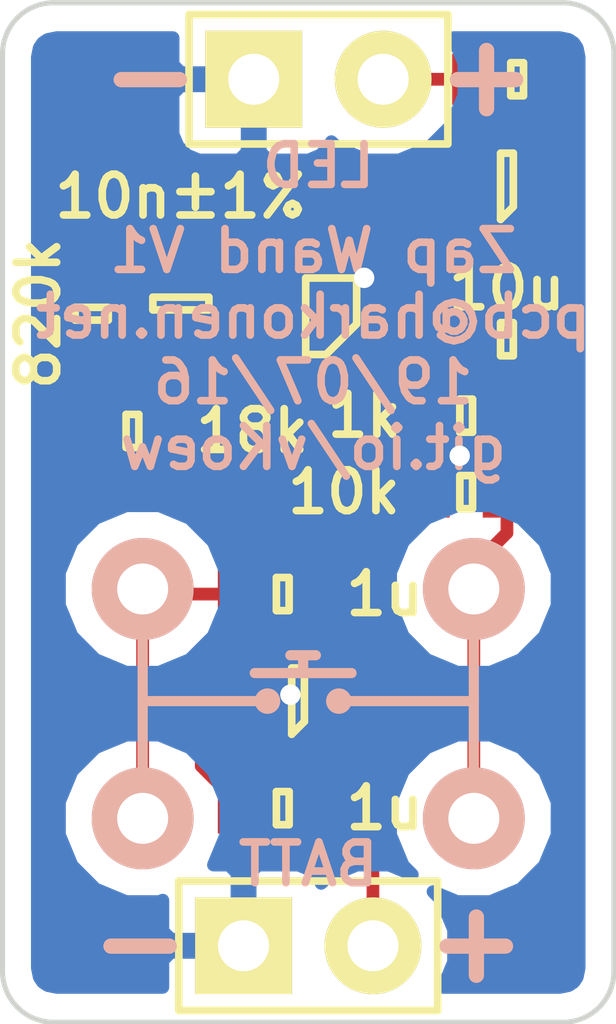
<source format=kicad_pcb>
(kicad_pcb (version 4) (host pcbnew "(2016-06-01 BZR 6870, Git 0ccd3bb)-product")

  (general
    (links 30)
    (no_connects 0)
    (area 59.949999 29.949999 72.050001 50.050001)
    (thickness 1.6)
    (drawings 24)
    (tracks 76)
    (zones 0)
    (modules 15)
    (nets 13)
  )

  (page A4)
  (layers
    (0 F.Cu signal)
    (31 B.Cu signal)
    (32 B.Adhes user)
    (33 F.Adhes user)
    (34 B.Paste user)
    (35 F.Paste user)
    (36 B.SilkS user)
    (37 F.SilkS user)
    (38 B.Mask user)
    (39 F.Mask user)
    (40 Dwgs.User user)
    (41 Cmts.User user)
    (42 Eco1.User user)
    (43 Eco2.User user)
    (44 Edge.Cuts user)
    (45 Margin user)
    (46 B.CrtYd user)
    (47 F.CrtYd user)
    (48 B.Fab user)
    (49 F.Fab user hide)
  )

  (setup
    (last_trace_width 0.25)
    (trace_clearance 0.2)
    (zone_clearance 0)
    (zone_45_only no)
    (trace_min 0.2)
    (segment_width 0.2)
    (edge_width 0.1)
    (via_size 0.6)
    (via_drill 0.4)
    (via_min_size 0.4)
    (via_min_drill 0.3)
    (uvia_size 0.3)
    (uvia_drill 0.1)
    (uvias_allowed no)
    (uvia_min_size 0.2)
    (uvia_min_drill 0.1)
    (pcb_text_width 0.3)
    (pcb_text_size 1.5 1.5)
    (mod_edge_width 0.15)
    (mod_text_size 0.8 0.8)
    (mod_text_width 0.15)
    (pad_size 1.9 1.9)
    (pad_drill 1)
    (pad_to_mask_clearance 0)
    (aux_axis_origin 0 0)
    (visible_elements 7FFFFF7F)
    (pcbplotparams
      (layerselection 0x00030_ffffffff)
      (usegerberextensions false)
      (excludeedgelayer true)
      (linewidth 0.100000)
      (plotframeref false)
      (viasonmask false)
      (mode 1)
      (useauxorigin false)
      (hpglpennumber 1)
      (hpglpenspeed 20)
      (hpglpendiameter 15)
      (psnegative false)
      (psa4output false)
      (plotreference true)
      (plotvalue true)
      (plotinvisibletext false)
      (padsonsilk false)
      (subtractmaskfromsilk false)
      (outputformat 1)
      (mirror false)
      (drillshape 1)
      (scaleselection 1)
      (outputdirectory ""))
  )

  (net 0 "")
  (net 1 "Net-(C2-Pad1)")
  (net 2 "Net-(C1-Pad1)")
  (net 3 "Net-(IC1-Pad2)")
  (net 4 GND)
  (net 5 "Net-(C2-Pad2)")
  (net 6 "Net-(Q1-Pad2)")
  (net 7 "Net-(D1-Pad2)")
  (net 8 "Net-(C1-Pad2)")
  (net 9 "Net-(BATT1-Pad1)")
  (net 10 +3V3)
  (net 11 "Net-(R2-Pad1)")
  (net 12 "Net-(U1-Pad2)")

  (net_class Default "This is the default net class."
    (clearance 0.2)
    (trace_width 0.25)
    (via_dia 0.6)
    (via_drill 0.4)
    (uvia_dia 0.3)
    (uvia_drill 0.1)
    (add_net +3V3)
    (add_net GND)
    (add_net "Net-(BATT1-Pad1)")
    (add_net "Net-(C1-Pad1)")
    (add_net "Net-(C1-Pad2)")
    (add_net "Net-(C2-Pad1)")
    (add_net "Net-(C2-Pad2)")
    (add_net "Net-(D1-Pad2)")
    (add_net "Net-(IC1-Pad2)")
    (add_net "Net-(Q1-Pad2)")
    (add_net "Net-(R2-Pad1)")
    (add_net "Net-(U1-Pad2)")
  )

  (module agg-dev:US8-3.1mm (layer F.Cu) (tedit 578BD16A) (tstamp 578D8E83)
    (at 66.45 36.15 180)
    (path /578BB949)
    (fp_text reference IC1 (at 0 -1.95 180) (layer F.Fab)
      (effects (font (size 0.8 0.8) (thickness 0.15)))
    )
    (fp_text value NC7WZ02 (at 0 1.95 180) (layer F.Fab)
      (effects (font (size 0.8 0.8) (thickness 0.15)))
    )
    (fp_line (start -1.55 -1) (end 1.55 -1) (layer F.Fab) (width 0.01))
    (fp_line (start 1.55 -1) (end 1.55 1) (layer F.Fab) (width 0.01))
    (fp_line (start 1.55 1) (end -1.55 1) (layer F.Fab) (width 0.01))
    (fp_line (start -1.55 1) (end -1.55 -1) (layer F.Fab) (width 0.01))
    (fp_circle (center -0.75 -0.2) (end -0.75 0.2) (layer F.Fab) (width 0.01))
    (fp_line (start -1.95 -0.915) (end -1.55 -0.915) (layer F.Fab) (width 0.01))
    (fp_line (start -1.55 -0.585) (end -1.95 -0.585) (layer F.Fab) (width 0.01))
    (fp_line (start -1.95 -0.585) (end -1.95 -0.915) (layer F.Fab) (width 0.01))
    (fp_line (start -1.95 -0.415) (end -1.55 -0.415) (layer F.Fab) (width 0.01))
    (fp_line (start -1.55 -0.085) (end -1.95 -0.085) (layer F.Fab) (width 0.01))
    (fp_line (start -1.95 -0.085) (end -1.95 -0.415) (layer F.Fab) (width 0.01))
    (fp_line (start -1.95 0.085) (end -1.55 0.085) (layer F.Fab) (width 0.01))
    (fp_line (start -1.55 0.415) (end -1.95 0.415) (layer F.Fab) (width 0.01))
    (fp_line (start -1.95 0.415) (end -1.95 0.085) (layer F.Fab) (width 0.01))
    (fp_line (start -1.95 0.585) (end -1.55 0.585) (layer F.Fab) (width 0.01))
    (fp_line (start -1.55 0.915) (end -1.95 0.915) (layer F.Fab) (width 0.01))
    (fp_line (start -1.95 0.915) (end -1.95 0.585) (layer F.Fab) (width 0.01))
    (fp_line (start 1.55 0.585) (end 1.95 0.585) (layer F.Fab) (width 0.01))
    (fp_line (start 1.95 0.585) (end 1.95 0.915) (layer F.Fab) (width 0.01))
    (fp_line (start 1.95 0.915) (end 1.55 0.915) (layer F.Fab) (width 0.01))
    (fp_line (start 1.55 0.085) (end 1.95 0.085) (layer F.Fab) (width 0.01))
    (fp_line (start 1.95 0.085) (end 1.95 0.415) (layer F.Fab) (width 0.01))
    (fp_line (start 1.95 0.415) (end 1.55 0.415) (layer F.Fab) (width 0.01))
    (fp_line (start 1.55 -0.415) (end 1.95 -0.415) (layer F.Fab) (width 0.01))
    (fp_line (start 1.95 -0.415) (end 1.95 -0.085) (layer F.Fab) (width 0.01))
    (fp_line (start 1.95 -0.085) (end 1.55 -0.085) (layer F.Fab) (width 0.01))
    (fp_line (start 1.55 -0.915) (end 1.95 -0.915) (layer F.Fab) (width 0.01))
    (fp_line (start 1.95 -0.915) (end 1.95 -0.585) (layer F.Fab) (width 0.01))
    (fp_line (start 1.95 -0.585) (end 1.55 -0.585) (layer F.Fab) (width 0.01))
    (fp_line (start 0.1 -0.75) (end 0.5 -0.75) (layer F.SilkS) (width 0.15))
    (fp_line (start 0.5 -0.75) (end 0.5 0.75) (layer F.SilkS) (width 0.15))
    (fp_line (start 0.5 0.75) (end -0.5 0.75) (layer F.SilkS) (width 0.15))
    (fp_line (start -0.5 0.75) (end -0.5 -0.15) (layer F.SilkS) (width 0.15))
    (fp_line (start -0.5 -0.15) (end 0.1 -0.75) (layer F.SilkS) (width 0.15))
    (fp_line (start -1.95 -1.25) (end 1.95 -1.25) (layer F.CrtYd) (width 0.01))
    (fp_line (start 1.95 -1.25) (end 1.95 1.25) (layer F.CrtYd) (width 0.01))
    (fp_line (start 1.95 1.25) (end -1.95 1.25) (layer F.CrtYd) (width 0.01))
    (fp_line (start -1.95 1.25) (end -1.95 -1.25) (layer F.CrtYd) (width 0.01))
    (pad 1 smd rect (at -1.35 -0.75 180) (size 0.7 0.3) (layers F.Cu F.Paste F.Mask)
      (net 2 "Net-(C1-Pad1)"))
    (pad 2 smd rect (at -1.35 -0.25 180) (size 0.7 0.3) (layers F.Cu F.Paste F.Mask)
      (net 3 "Net-(IC1-Pad2)"))
    (pad 3 smd rect (at -1.35 0.25 180) (size 0.7 0.3) (layers F.Cu F.Paste F.Mask)
      (net 3 "Net-(IC1-Pad2)"))
    (pad 4 smd rect (at -1.35 0.75 180) (size 0.7 0.3) (layers F.Cu F.Paste F.Mask)
      (net 4 GND))
    (pad 5 smd rect (at 1.35 0.75 180) (size 0.7 0.3) (layers F.Cu F.Paste F.Mask)
      (net 1 "Net-(C2-Pad1)"))
    (pad 6 smd rect (at 1.35 0.25 180) (size 0.7 0.3) (layers F.Cu F.Paste F.Mask)
      (net 1 "Net-(C2-Pad1)"))
    (pad 7 smd rect (at 1.35 -0.25 180) (size 0.7 0.3) (layers F.Cu F.Paste F.Mask)
      (net 5 "Net-(C2-Pad2)"))
    (pad 8 smd rect (at 1.35 -0.75 180) (size 0.7 0.3) (layers F.Cu F.Paste F.Mask)
      (net 10 +3V3))
  )

  (module agg:SOT-323 (layer F.Cu) (tedit 5765688A) (tstamp 578D8F03)
    (at 69.9 33.6 180)
    (path /578BD32A)
    (fp_text reference Q1 (at 0 -2 180) (layer F.Fab)
      (effects (font (size 0.8 0.8) (thickness 0.15)))
    )
    (fp_text value Q_PMOS_GDS (at 0 2 180) (layer F.Fab)
      (effects (font (size 0.8 0.8) (thickness 0.15)))
    )
    (fp_line (start -0.675 -1.05) (end 0.675 -1.05) (layer F.Fab) (width 0.01))
    (fp_line (start 0.675 -1.05) (end 0.675 1.05) (layer F.Fab) (width 0.01))
    (fp_line (start 0.675 1.05) (end -0.675 1.05) (layer F.Fab) (width 0.01))
    (fp_line (start -0.675 1.05) (end -0.675 -1.05) (layer F.Fab) (width 0.01))
    (fp_circle (center 0.125 -0.25) (end 0.125 0.15) (layer F.Fab) (width 0.01))
    (fp_line (start -1.075 -0.8) (end -0.675 -0.8) (layer F.Fab) (width 0.01))
    (fp_line (start -0.675 -0.5) (end -1.075 -0.5) (layer F.Fab) (width 0.01))
    (fp_line (start -1.075 -0.5) (end -1.075 -0.8) (layer F.Fab) (width 0.01))
    (fp_line (start -1.075 0.5) (end -0.675 0.5) (layer F.Fab) (width 0.01))
    (fp_line (start -0.675 0.8) (end -1.075 0.8) (layer F.Fab) (width 0.01))
    (fp_line (start -1.075 0.8) (end -1.075 0.5) (layer F.Fab) (width 0.01))
    (fp_line (start 0.675 -0.15) (end 1.075 -0.15) (layer F.Fab) (width 0.01))
    (fp_line (start 1.075 -0.15) (end 1.075 0.15) (layer F.Fab) (width 0.01))
    (fp_line (start 1.075 0.15) (end 0.675 0.15) (layer F.Fab) (width 0.01))
    (fp_line (start 0.125 -0.65) (end 0.125 -0.65) (layer F.SilkS) (width 0.15))
    (fp_line (start 0.125 -0.65) (end 0.125 0.65) (layer F.SilkS) (width 0.15))
    (fp_line (start 0.125 0.65) (end -0.125 0.65) (layer F.SilkS) (width 0.15))
    (fp_line (start -0.125 0.65) (end -0.125 -0.4) (layer F.SilkS) (width 0.15))
    (fp_line (start -0.125 -0.4) (end 0.125 -0.65) (layer F.SilkS) (width 0.15))
    (fp_line (start -1.75 -1.3) (end 1.75 -1.3) (layer F.CrtYd) (width 0.01))
    (fp_line (start 1.75 -1.3) (end 1.75 1.3) (layer F.CrtYd) (width 0.01))
    (fp_line (start 1.75 1.3) (end -1.75 1.3) (layer F.CrtYd) (width 0.01))
    (fp_line (start -1.75 1.3) (end -1.75 -1.3) (layer F.CrtYd) (width 0.01))
    (pad 1 smd rect (at -1.05 -0.65 180) (size 0.85 0.55) (layers F.Cu F.Paste F.Mask)
      (net 3 "Net-(IC1-Pad2)"))
    (pad 2 smd rect (at -1.05 0.65 180) (size 0.85 0.55) (layers F.Cu F.Paste F.Mask)
      (net 6 "Net-(Q1-Pad2)"))
    (pad 3 smd rect (at 1.05 0 180) (size 0.85 0.55) (layers F.Cu F.Paste F.Mask)
      (net 10 +3V3))
    (model ${KISYS3DMOD}/TO_SOT_Packages_SMD.3dshapes/SOT-323.wrl
      (at (xyz 0 0 0))
      (scale (xyz 0.4 0.4 0.4))
      (rotate (xyz 0 0 -90))
    )
  )

  (module agg:0805 (layer F.Cu) (tedit 5790C860) (tstamp 578D8F51)
    (at 63.5 35.9 270)
    (path /578BBAD5)
    (fp_text reference C2 (at -2.425 0) (layer F.Fab)
      (effects (font (size 0.8 0.8) (thickness 0.15)))
    )
    (fp_text value 10n±1% (at -2.1 0 180) (layer F.SilkS)
      (effects (font (size 0.8 0.8) (thickness 0.15)))
    )
    (fp_line (start -1 -0.625) (end 1 -0.625) (layer F.Fab) (width 0.01))
    (fp_line (start 1 -0.625) (end 1 0.625) (layer F.Fab) (width 0.01))
    (fp_line (start 1 0.625) (end -1 0.625) (layer F.Fab) (width 0.01))
    (fp_line (start -1 0.625) (end -1 -0.625) (layer F.Fab) (width 0.01))
    (fp_line (start -0.5 -0.625) (end -0.5 0.625) (layer F.Fab) (width 0.01))
    (fp_line (start 0.5 -0.625) (end 0.5 0.625) (layer F.Fab) (width 0.01))
    (fp_line (start -0.125 -0.55) (end 0.125 -0.55) (layer F.SilkS) (width 0.15))
    (fp_line (start 0.125 -0.55) (end 0.125 0.55) (layer F.SilkS) (width 0.15))
    (fp_line (start 0.125 0.55) (end -0.125 0.55) (layer F.SilkS) (width 0.15))
    (fp_line (start -0.125 0.55) (end -0.125 -0.55) (layer F.SilkS) (width 0.15))
    (fp_line (start -1.75 -1) (end 1.75 -1) (layer F.CrtYd) (width 0.01))
    (fp_line (start 1.75 -1) (end 1.75 1) (layer F.CrtYd) (width 0.01))
    (fp_line (start 1.75 1) (end -1.75 1) (layer F.CrtYd) (width 0.01))
    (fp_line (start -1.75 1) (end -1.75 -1) (layer F.CrtYd) (width 0.01))
    (pad 1 smd rect (at -0.9 0 270) (size 1.15 1.45) (layers F.Cu F.Paste F.Mask)
      (net 1 "Net-(C2-Pad1)"))
    (pad 2 smd rect (at 0.9 0 270) (size 1.15 1.45) (layers F.Cu F.Paste F.Mask)
      (net 5 "Net-(C2-Pad2)"))
    (model ${KISYS3DMOD}/Resistors_SMD.3dshapes/R_0805.wrl
      (at (xyz 0 0 0))
      (scale (xyz 1 1 1))
      (rotate (xyz 0 0 0))
    )
  )

  (module parts:FSM10JH (layer B.Cu) (tedit 578C0C9D) (tstamp 578BFB68)
    (at 62.75 41.5 180)
    (path /578BAFFB)
    (fp_text reference SW1 (at 0 -2 180) (layer B.SilkS) hide
      (effects (font (size 0.8 0.8) (thickness 0.15)) (justify mirror))
    )
    (fp_text value SW_PUSH_SMALL (at 0 2 180) (layer B.Fab) hide
      (effects (font (size 0.8 0.8) (thickness 0.15)) (justify mirror))
    )
    (pad 1 thru_hole circle (at 0 0 180) (size 2 2) (drill 1) (layers *.Cu *.Mask B.SilkS)
      (net 10 +3V3))
    (pad 1 thru_hole circle (at 0 -4.5 180) (size 2 2) (drill 1) (layers *.Cu *.Mask B.SilkS)
      (net 10 +3V3))
    (pad 2 thru_hole circle (at -6.5 0 180) (size 2 2) (drill 1) (layers *.Cu *.Mask B.SilkS)
      (net 8 "Net-(C1-Pad2)"))
    (pad 2 thru_hole circle (at -6.5 -4.5 180) (size 2 2) (drill 1) (layers *.Cu *.Mask B.SilkS)
      (net 8 "Net-(C1-Pad2)"))
  )

  (module agg:0603 (layer F.Cu) (tedit 578E5DAE) (tstamp 578EE876)
    (at 69.1 38.1)
    (path /578BBAEB)
    (fp_text reference R1 (at -2.225 0 90) (layer F.Fab)
      (effects (font (size 0.8 0.8) (thickness 0.15)))
    )
    (fp_text value 1k (at -2 0 180) (layer F.SilkS)
      (effects (font (size 0.8 0.8) (thickness 0.15)))
    )
    (fp_line (start -0.8 -0.4) (end 0.8 -0.4) (layer F.Fab) (width 0.01))
    (fp_line (start 0.8 -0.4) (end 0.8 0.4) (layer F.Fab) (width 0.01))
    (fp_line (start 0.8 0.4) (end -0.8 0.4) (layer F.Fab) (width 0.01))
    (fp_line (start -0.8 0.4) (end -0.8 -0.4) (layer F.Fab) (width 0.01))
    (fp_line (start -0.45 -0.4) (end -0.45 0.4) (layer F.Fab) (width 0.01))
    (fp_line (start 0.45 -0.4) (end 0.45 0.4) (layer F.Fab) (width 0.01))
    (fp_line (start -0.125 -0.325) (end 0.125 -0.325) (layer F.SilkS) (width 0.15))
    (fp_line (start 0.125 -0.325) (end 0.125 0.325) (layer F.SilkS) (width 0.15))
    (fp_line (start 0.125 0.325) (end -0.125 0.325) (layer F.SilkS) (width 0.15))
    (fp_line (start -0.125 0.325) (end -0.125 -0.325) (layer F.SilkS) (width 0.15))
    (fp_line (start -1.55 -0.75) (end 1.55 -0.75) (layer F.CrtYd) (width 0.01))
    (fp_line (start 1.55 -0.75) (end 1.55 0.75) (layer F.CrtYd) (width 0.01))
    (fp_line (start 1.55 0.75) (end -1.55 0.75) (layer F.CrtYd) (width 0.01))
    (fp_line (start -1.55 0.75) (end -1.55 -0.75) (layer F.CrtYd) (width 0.01))
    (pad 1 smd rect (at -0.8 0) (size 0.95 1) (layers F.Cu F.Paste F.Mask)
      (net 4 GND))
    (pad 2 smd rect (at 0.8 0) (size 0.95 1) (layers F.Cu F.Paste F.Mask)
      (net 2 "Net-(C1-Pad1)"))
    (model ${KISYS3DMOD}/Resistors_SMD.3dshapes/R_0603.wrl
      (at (xyz 0 0 0))
      (scale (xyz 1 1 1))
      (rotate (xyz 0 0 0))
    )
  )

  (module agg:0603 (layer F.Cu) (tedit 578E5D78) (tstamp 578EE8AF)
    (at 61.75 36.1 90)
    (path /578BDA2A)
    (fp_text reference R2 (at -2.225 0 180) (layer F.Fab)
      (effects (font (size 0.8 0.8) (thickness 0.15)))
    )
    (fp_text value 820k (at 0 -1.05 90) (layer F.SilkS)
      (effects (font (size 0.8 0.8) (thickness 0.15)))
    )
    (fp_line (start -0.8 -0.4) (end 0.8 -0.4) (layer F.Fab) (width 0.01))
    (fp_line (start 0.8 -0.4) (end 0.8 0.4) (layer F.Fab) (width 0.01))
    (fp_line (start 0.8 0.4) (end -0.8 0.4) (layer F.Fab) (width 0.01))
    (fp_line (start -0.8 0.4) (end -0.8 -0.4) (layer F.Fab) (width 0.01))
    (fp_line (start -0.45 -0.4) (end -0.45 0.4) (layer F.Fab) (width 0.01))
    (fp_line (start 0.45 -0.4) (end 0.45 0.4) (layer F.Fab) (width 0.01))
    (fp_line (start -0.125 -0.325) (end 0.125 -0.325) (layer F.SilkS) (width 0.15))
    (fp_line (start 0.125 -0.325) (end 0.125 0.325) (layer F.SilkS) (width 0.15))
    (fp_line (start 0.125 0.325) (end -0.125 0.325) (layer F.SilkS) (width 0.15))
    (fp_line (start -0.125 0.325) (end -0.125 -0.325) (layer F.SilkS) (width 0.15))
    (fp_line (start -1.55 -0.75) (end 1.55 -0.75) (layer F.CrtYd) (width 0.01))
    (fp_line (start 1.55 -0.75) (end 1.55 0.75) (layer F.CrtYd) (width 0.01))
    (fp_line (start 1.55 0.75) (end -1.55 0.75) (layer F.CrtYd) (width 0.01))
    (fp_line (start -1.55 0.75) (end -1.55 -0.75) (layer F.CrtYd) (width 0.01))
    (pad 1 smd rect (at -0.8 0 90) (size 0.95 1) (layers F.Cu F.Paste F.Mask)
      (net 11 "Net-(R2-Pad1)"))
    (pad 2 smd rect (at 0.8 0 90) (size 0.95 1) (layers F.Cu F.Paste F.Mask)
      (net 1 "Net-(C2-Pad1)"))
    (model ${KISYS3DMOD}/Resistors_SMD.3dshapes/R_0603.wrl
      (at (xyz 0 0 0))
      (scale (xyz 1 1 1))
      (rotate (xyz 0 0 0))
    )
  )

  (module agg:0603 (layer F.Cu) (tedit 57654490) (tstamp 578EE8E8)
    (at 70.1 31.5)
    (path /578BAE5F)
    (fp_text reference R3 (at -2.225 0 90) (layer F.Fab)
      (effects (font (size 0.8 0.8) (thickness 0.15)))
    )
    (fp_text value 100R (at 2.225 0 90) (layer F.Fab)
      (effects (font (size 0.8 0.8) (thickness 0.15)))
    )
    (fp_line (start -0.8 -0.4) (end 0.8 -0.4) (layer F.Fab) (width 0.01))
    (fp_line (start 0.8 -0.4) (end 0.8 0.4) (layer F.Fab) (width 0.01))
    (fp_line (start 0.8 0.4) (end -0.8 0.4) (layer F.Fab) (width 0.01))
    (fp_line (start -0.8 0.4) (end -0.8 -0.4) (layer F.Fab) (width 0.01))
    (fp_line (start -0.45 -0.4) (end -0.45 0.4) (layer F.Fab) (width 0.01))
    (fp_line (start 0.45 -0.4) (end 0.45 0.4) (layer F.Fab) (width 0.01))
    (fp_line (start -0.125 -0.325) (end 0.125 -0.325) (layer F.SilkS) (width 0.15))
    (fp_line (start 0.125 -0.325) (end 0.125 0.325) (layer F.SilkS) (width 0.15))
    (fp_line (start 0.125 0.325) (end -0.125 0.325) (layer F.SilkS) (width 0.15))
    (fp_line (start -0.125 0.325) (end -0.125 -0.325) (layer F.SilkS) (width 0.15))
    (fp_line (start -1.55 -0.75) (end 1.55 -0.75) (layer F.CrtYd) (width 0.01))
    (fp_line (start 1.55 -0.75) (end 1.55 0.75) (layer F.CrtYd) (width 0.01))
    (fp_line (start 1.55 0.75) (end -1.55 0.75) (layer F.CrtYd) (width 0.01))
    (fp_line (start -1.55 0.75) (end -1.55 -0.75) (layer F.CrtYd) (width 0.01))
    (pad 1 smd rect (at -0.8 0) (size 0.95 1) (layers F.Cu F.Paste F.Mask)
      (net 7 "Net-(D1-Pad2)"))
    (pad 2 smd rect (at 0.8 0) (size 0.95 1) (layers F.Cu F.Paste F.Mask)
      (net 6 "Net-(Q1-Pad2)"))
    (model ${KISYS3DMOD}/Resistors_SMD.3dshapes/R_0603.wrl
      (at (xyz 0 0 0))
      (scale (xyz 1 1 1))
      (rotate (xyz 0 0 0))
    )
  )

  (module agg:0603 (layer F.Cu) (tedit 578E5DA3) (tstamp 578EF403)
    (at 69.1 39.6)
    (path /578E3B6A)
    (fp_text reference R4 (at -2.225 0 90) (layer F.Fab)
      (effects (font (size 0.8 0.8) (thickness 0.15)))
    )
    (fp_text value 10k (at -2.4 0) (layer F.SilkS)
      (effects (font (size 0.8 0.8) (thickness 0.15)))
    )
    (fp_line (start -0.8 -0.4) (end 0.8 -0.4) (layer F.Fab) (width 0.01))
    (fp_line (start 0.8 -0.4) (end 0.8 0.4) (layer F.Fab) (width 0.01))
    (fp_line (start 0.8 0.4) (end -0.8 0.4) (layer F.Fab) (width 0.01))
    (fp_line (start -0.8 0.4) (end -0.8 -0.4) (layer F.Fab) (width 0.01))
    (fp_line (start -0.45 -0.4) (end -0.45 0.4) (layer F.Fab) (width 0.01))
    (fp_line (start 0.45 -0.4) (end 0.45 0.4) (layer F.Fab) (width 0.01))
    (fp_line (start -0.125 -0.325) (end 0.125 -0.325) (layer F.SilkS) (width 0.15))
    (fp_line (start 0.125 -0.325) (end 0.125 0.325) (layer F.SilkS) (width 0.15))
    (fp_line (start 0.125 0.325) (end -0.125 0.325) (layer F.SilkS) (width 0.15))
    (fp_line (start -0.125 0.325) (end -0.125 -0.325) (layer F.SilkS) (width 0.15))
    (fp_line (start -1.55 -0.75) (end 1.55 -0.75) (layer F.CrtYd) (width 0.01))
    (fp_line (start 1.55 -0.75) (end 1.55 0.75) (layer F.CrtYd) (width 0.01))
    (fp_line (start 1.55 0.75) (end -1.55 0.75) (layer F.CrtYd) (width 0.01))
    (fp_line (start -1.55 0.75) (end -1.55 -0.75) (layer F.CrtYd) (width 0.01))
    (pad 1 smd rect (at -0.8 0) (size 0.95 1) (layers F.Cu F.Paste F.Mask)
      (net 4 GND))
    (pad 2 smd rect (at 0.8 0) (size 0.95 1) (layers F.Cu F.Paste F.Mask)
      (net 8 "Net-(C1-Pad2)"))
    (model ${KISYS3DMOD}/Resistors_SMD.3dshapes/R_0603.wrl
      (at (xyz 0 0 0))
      (scale (xyz 1 1 1))
      (rotate (xyz 0 0 0))
    )
  )

  (module agg:0603 (layer F.Cu) (tedit 578E5D82) (tstamp 578EF43D)
    (at 62.55 38.4 180)
    (path /578E56B2)
    (fp_text reference R5 (at -2.225 0 270) (layer F.Fab)
      (effects (font (size 0.8 0.8) (thickness 0.15)))
    )
    (fp_text value 18k (at -2.35 0 180) (layer F.SilkS)
      (effects (font (size 0.8 0.8) (thickness 0.15)))
    )
    (fp_line (start -0.8 -0.4) (end 0.8 -0.4) (layer F.Fab) (width 0.01))
    (fp_line (start 0.8 -0.4) (end 0.8 0.4) (layer F.Fab) (width 0.01))
    (fp_line (start 0.8 0.4) (end -0.8 0.4) (layer F.Fab) (width 0.01))
    (fp_line (start -0.8 0.4) (end -0.8 -0.4) (layer F.Fab) (width 0.01))
    (fp_line (start -0.45 -0.4) (end -0.45 0.4) (layer F.Fab) (width 0.01))
    (fp_line (start 0.45 -0.4) (end 0.45 0.4) (layer F.Fab) (width 0.01))
    (fp_line (start -0.125 -0.325) (end 0.125 -0.325) (layer F.SilkS) (width 0.15))
    (fp_line (start 0.125 -0.325) (end 0.125 0.325) (layer F.SilkS) (width 0.15))
    (fp_line (start 0.125 0.325) (end -0.125 0.325) (layer F.SilkS) (width 0.15))
    (fp_line (start -0.125 0.325) (end -0.125 -0.325) (layer F.SilkS) (width 0.15))
    (fp_line (start -1.55 -0.75) (end 1.55 -0.75) (layer F.CrtYd) (width 0.01))
    (fp_line (start 1.55 -0.75) (end 1.55 0.75) (layer F.CrtYd) (width 0.01))
    (fp_line (start 1.55 0.75) (end -1.55 0.75) (layer F.CrtYd) (width 0.01))
    (fp_line (start -1.55 0.75) (end -1.55 -0.75) (layer F.CrtYd) (width 0.01))
    (pad 1 smd rect (at -0.8 0 180) (size 0.95 1) (layers F.Cu F.Paste F.Mask)
      (net 10 +3V3))
    (pad 2 smd rect (at 0.8 0 180) (size 0.95 1) (layers F.Cu F.Paste F.Mask)
      (net 11 "Net-(R2-Pad1)"))
    (model ${KISYS3DMOD}/Resistors_SMD.3dshapes/R_0603.wrl
      (at (xyz 0 0 0))
      (scale (xyz 1 1 1))
      (rotate (xyz 0 0 0))
    )
  )

  (module agg:0603 (layer F.Cu) (tedit 578E5DB6) (tstamp 578F4EFC)
    (at 69.9 36.6)
    (path /578BAE7B)
    (fp_text reference C1 (at -2.225 0 -270) (layer F.Fab)
      (effects (font (size 0.8 0.8) (thickness 0.15)))
    )
    (fp_text value 10u (at 0 -1) (layer F.SilkS)
      (effects (font (size 0.8 0.8) (thickness 0.15)))
    )
    (fp_line (start -0.8 -0.4) (end 0.8 -0.4) (layer F.Fab) (width 0.01))
    (fp_line (start 0.8 -0.4) (end 0.8 0.4) (layer F.Fab) (width 0.01))
    (fp_line (start 0.8 0.4) (end -0.8 0.4) (layer F.Fab) (width 0.01))
    (fp_line (start -0.8 0.4) (end -0.8 -0.4) (layer F.Fab) (width 0.01))
    (fp_line (start -0.45 -0.4) (end -0.45 0.4) (layer F.Fab) (width 0.01))
    (fp_line (start 0.45 -0.4) (end 0.45 0.4) (layer F.Fab) (width 0.01))
    (fp_line (start -0.125 -0.325) (end 0.125 -0.325) (layer F.SilkS) (width 0.15))
    (fp_line (start 0.125 -0.325) (end 0.125 0.325) (layer F.SilkS) (width 0.15))
    (fp_line (start 0.125 0.325) (end -0.125 0.325) (layer F.SilkS) (width 0.15))
    (fp_line (start -0.125 0.325) (end -0.125 -0.325) (layer F.SilkS) (width 0.15))
    (fp_line (start -1.55 -0.75) (end 1.55 -0.75) (layer F.CrtYd) (width 0.01))
    (fp_line (start 1.55 -0.75) (end 1.55 0.75) (layer F.CrtYd) (width 0.01))
    (fp_line (start 1.55 0.75) (end -1.55 0.75) (layer F.CrtYd) (width 0.01))
    (fp_line (start -1.55 0.75) (end -1.55 -0.75) (layer F.CrtYd) (width 0.01))
    (pad 1 smd rect (at -0.8 0) (size 0.95 1) (layers F.Cu F.Paste F.Mask)
      (net 2 "Net-(C1-Pad1)"))
    (pad 2 smd rect (at 0.8 0) (size 0.95 1) (layers F.Cu F.Paste F.Mask)
      (net 8 "Net-(C1-Pad2)"))
    (model ${KISYS3DMOD}/Resistors_SMD.3dshapes/R_0603.wrl
      (at (xyz 0 0 0))
      (scale (xyz 1 1 1))
      (rotate (xyz 0 0 0))
    )
  )

  (module agg:0603 (layer F.Cu) (tedit 578E5D92) (tstamp 578F4F35)
    (at 65.5 45.8 180)
    (path /578C1086)
    (fp_text reference C3 (at -2.225 0 270) (layer F.Fab)
      (effects (font (size 0.8 0.8) (thickness 0.15)))
    )
    (fp_text value 1u (at -2 0 360) (layer F.SilkS)
      (effects (font (size 0.8 0.8) (thickness 0.15)))
    )
    (fp_line (start -0.8 -0.4) (end 0.8 -0.4) (layer F.Fab) (width 0.01))
    (fp_line (start 0.8 -0.4) (end 0.8 0.4) (layer F.Fab) (width 0.01))
    (fp_line (start 0.8 0.4) (end -0.8 0.4) (layer F.Fab) (width 0.01))
    (fp_line (start -0.8 0.4) (end -0.8 -0.4) (layer F.Fab) (width 0.01))
    (fp_line (start -0.45 -0.4) (end -0.45 0.4) (layer F.Fab) (width 0.01))
    (fp_line (start 0.45 -0.4) (end 0.45 0.4) (layer F.Fab) (width 0.01))
    (fp_line (start -0.125 -0.325) (end 0.125 -0.325) (layer F.SilkS) (width 0.15))
    (fp_line (start 0.125 -0.325) (end 0.125 0.325) (layer F.SilkS) (width 0.15))
    (fp_line (start 0.125 0.325) (end -0.125 0.325) (layer F.SilkS) (width 0.15))
    (fp_line (start -0.125 0.325) (end -0.125 -0.325) (layer F.SilkS) (width 0.15))
    (fp_line (start -1.55 -0.75) (end 1.55 -0.75) (layer F.CrtYd) (width 0.01))
    (fp_line (start 1.55 -0.75) (end 1.55 0.75) (layer F.CrtYd) (width 0.01))
    (fp_line (start 1.55 0.75) (end -1.55 0.75) (layer F.CrtYd) (width 0.01))
    (fp_line (start -1.55 0.75) (end -1.55 -0.75) (layer F.CrtYd) (width 0.01))
    (pad 1 smd rect (at -0.8 0 180) (size 0.95 1) (layers F.Cu F.Paste F.Mask)
      (net 9 "Net-(BATT1-Pad1)"))
    (pad 2 smd rect (at 0.8 0 180) (size 0.95 1) (layers F.Cu F.Paste F.Mask)
      (net 4 GND))
    (model ${KISYS3DMOD}/Resistors_SMD.3dshapes/R_0603.wrl
      (at (xyz 0 0 0))
      (scale (xyz 1 1 1))
      (rotate (xyz 0 0 0))
    )
  )

  (module agg:0603 (layer F.Cu) (tedit 578E5D89) (tstamp 578F4F6E)
    (at 65.5 41.6)
    (path /578E5A07)
    (fp_text reference C4 (at -2.225 0 -270) (layer F.Fab)
      (effects (font (size 0.8 0.8) (thickness 0.15)))
    )
    (fp_text value 1u (at 2 0 -180) (layer F.SilkS)
      (effects (font (size 0.8 0.8) (thickness 0.15)))
    )
    (fp_line (start -0.8 -0.4) (end 0.8 -0.4) (layer F.Fab) (width 0.01))
    (fp_line (start 0.8 -0.4) (end 0.8 0.4) (layer F.Fab) (width 0.01))
    (fp_line (start 0.8 0.4) (end -0.8 0.4) (layer F.Fab) (width 0.01))
    (fp_line (start -0.8 0.4) (end -0.8 -0.4) (layer F.Fab) (width 0.01))
    (fp_line (start -0.45 -0.4) (end -0.45 0.4) (layer F.Fab) (width 0.01))
    (fp_line (start 0.45 -0.4) (end 0.45 0.4) (layer F.Fab) (width 0.01))
    (fp_line (start -0.125 -0.325) (end 0.125 -0.325) (layer F.SilkS) (width 0.15))
    (fp_line (start 0.125 -0.325) (end 0.125 0.325) (layer F.SilkS) (width 0.15))
    (fp_line (start 0.125 0.325) (end -0.125 0.325) (layer F.SilkS) (width 0.15))
    (fp_line (start -0.125 0.325) (end -0.125 -0.325) (layer F.SilkS) (width 0.15))
    (fp_line (start -1.55 -0.75) (end 1.55 -0.75) (layer F.CrtYd) (width 0.01))
    (fp_line (start 1.55 -0.75) (end 1.55 0.75) (layer F.CrtYd) (width 0.01))
    (fp_line (start 1.55 0.75) (end -1.55 0.75) (layer F.CrtYd) (width 0.01))
    (fp_line (start -1.55 0.75) (end -1.55 -0.75) (layer F.CrtYd) (width 0.01))
    (pad 1 smd rect (at -0.8 0) (size 0.95 1) (layers F.Cu F.Paste F.Mask)
      (net 10 +3V3))
    (pad 2 smd rect (at 0.8 0) (size 0.95 1) (layers F.Cu F.Paste F.Mask)
      (net 4 GND))
    (model ${KISYS3DMOD}/Resistors_SMD.3dshapes/R_0603.wrl
      (at (xyz 0 0 0))
      (scale (xyz 1 1 1))
      (rotate (xyz 0 0 0))
    )
  )

  (module agg:SIL-254P-02 (layer F.Cu) (tedit 578E5E26) (tstamp 578F7422)
    (at 66 48.5)
    (path /578B9B48)
    (fp_text reference BATT1 (at 0 -2.22) (layer F.Fab)
      (effects (font (size 0.8 0.8) (thickness 0.15)))
    )
    (fp_text value Battery (at 0 2.22) (layer F.Fab)
      (effects (font (size 0.8 0.8) (thickness 0.15)))
    )
    (fp_line (start -2.54 -1.27) (end 2.54 -1.27) (layer F.Fab) (width 0.01))
    (fp_line (start 2.54 -1.27) (end 2.54 1.27) (layer F.Fab) (width 0.01))
    (fp_line (start 2.54 1.27) (end -2.54 1.27) (layer F.Fab) (width 0.01))
    (fp_line (start -2.54 1.27) (end -2.54 -1.27) (layer F.Fab) (width 0.01))
    (fp_line (start -2.54 -1.27) (end 2.54 -1.27) (layer F.SilkS) (width 0.15))
    (fp_line (start 2.54 -1.27) (end 2.54 1.27) (layer F.SilkS) (width 0.15))
    (fp_line (start 2.54 1.27) (end -2.54 1.27) (layer F.SilkS) (width 0.15))
    (fp_line (start -2.54 1.27) (end -2.54 -1.27) (layer F.SilkS) (width 0.15))
    (fp_line (start -2.8 -1.55) (end 2.8 -1.55) (layer F.CrtYd) (width 0.01))
    (fp_line (start 2.8 -1.55) (end 2.8 1.55) (layer F.CrtYd) (width 0.01))
    (fp_line (start 2.8 1.55) (end -2.8 1.55) (layer F.CrtYd) (width 0.01))
    (fp_line (start -2.8 1.55) (end -2.8 -1.55) (layer F.CrtYd) (width 0.01))
    (pad 2 thru_hole rect (at -1.27 0) (size 1.9 1.9) (drill 1) (layers *.Cu *.Mask F.SilkS)
      (net 4 GND))
    (pad 1 thru_hole circle (at 1.27 0) (size 1.9 1.9) (drill 1) (layers *.Cu *.Mask F.SilkS)
      (net 9 "Net-(BATT1-Pad1)"))
    (model ${KISYS3DMOD}/Pin_Headers.3dshapes/Pin_Header_Straight_1x02.wrl
      (at (xyz 0 0 0))
      (scale (xyz 1 1 1))
      (rotate (xyz 0 0 0))
    )
  )

  (module agg:SIL-254P-02 (layer F.Cu) (tedit 57656D66) (tstamp 578F9A25)
    (at 66.2 31.5)
    (path /578BAA6D)
    (fp_text reference D1 (at 0 -2.22) (layer F.Fab)
      (effects (font (size 0.8 0.8) (thickness 0.15)))
    )
    (fp_text value LED (at 0 2.22) (layer F.Fab)
      (effects (font (size 0.8 0.8) (thickness 0.15)))
    )
    (fp_line (start -2.54 -1.27) (end 2.54 -1.27) (layer F.Fab) (width 0.01))
    (fp_line (start 2.54 -1.27) (end 2.54 1.27) (layer F.Fab) (width 0.01))
    (fp_line (start 2.54 1.27) (end -2.54 1.27) (layer F.Fab) (width 0.01))
    (fp_line (start -2.54 1.27) (end -2.54 -1.27) (layer F.Fab) (width 0.01))
    (fp_line (start -2.54 -1.27) (end 2.54 -1.27) (layer F.SilkS) (width 0.15))
    (fp_line (start 2.54 -1.27) (end 2.54 1.27) (layer F.SilkS) (width 0.15))
    (fp_line (start 2.54 1.27) (end -2.54 1.27) (layer F.SilkS) (width 0.15))
    (fp_line (start -2.54 1.27) (end -2.54 -1.27) (layer F.SilkS) (width 0.15))
    (fp_line (start -2.8 -1.55) (end 2.8 -1.55) (layer F.CrtYd) (width 0.01))
    (fp_line (start 2.8 -1.55) (end 2.8 1.55) (layer F.CrtYd) (width 0.01))
    (fp_line (start 2.8 1.55) (end -2.8 1.55) (layer F.CrtYd) (width 0.01))
    (fp_line (start -2.8 1.55) (end -2.8 -1.55) (layer F.CrtYd) (width 0.01))
    (pad 1 thru_hole rect (at -1.27 0) (size 1.9 1.9) (drill 1) (layers *.Cu *.Mask F.SilkS)
      (net 4 GND))
    (pad 2 thru_hole circle (at 1.27 0) (size 1.9 1.9) (drill 1) (layers *.Cu *.Mask F.SilkS)
      (net 7 "Net-(D1-Pad2)"))
    (model ${KISYS3DMOD}/Pin_Headers.3dshapes/Pin_Header_Straight_1x02.wrl
      (at (xyz 0 0 0))
      (scale (xyz 1 1 1))
      (rotate (xyz 0 0 0))
    )
  )

  (module agg:SC-70-5 (layer F.Cu) (tedit 5765688A) (tstamp 5790F3F8)
    (at 65.8 43.7 180)
    (path /5790C603)
    (fp_text reference U1 (at 0 -2.025 180) (layer F.Fab)
      (effects (font (size 1 1) (thickness 0.15)))
    )
    (fp_text value NCP4683DSQ33T1G (at 0 2.025 180) (layer F.Fab)
      (effects (font (size 1 1) (thickness 0.15)))
    )
    (fp_line (start -0.7 -1.075) (end 0.7 -1.075) (layer F.Fab) (width 0.01))
    (fp_line (start 0.7 -1.075) (end 0.7 1.075) (layer F.Fab) (width 0.01))
    (fp_line (start 0.7 1.075) (end -0.7 1.075) (layer F.Fab) (width 0.01))
    (fp_line (start -0.7 1.075) (end -0.7 -1.075) (layer F.Fab) (width 0.01))
    (fp_circle (center 0.1 -0.275) (end 0.1 0.125) (layer F.Fab) (width 0.01))
    (fp_line (start -1.2 -0.8) (end -0.7 -0.8) (layer F.Fab) (width 0.01))
    (fp_line (start -0.7 -0.5) (end -1.2 -0.5) (layer F.Fab) (width 0.01))
    (fp_line (start -1.2 -0.5) (end -1.2 -0.8) (layer F.Fab) (width 0.01))
    (fp_line (start -1.2 -0.15) (end -0.7 -0.15) (layer F.Fab) (width 0.01))
    (fp_line (start -0.7 0.15) (end -1.2 0.15) (layer F.Fab) (width 0.01))
    (fp_line (start -1.2 0.15) (end -1.2 -0.15) (layer F.Fab) (width 0.01))
    (fp_line (start -1.2 0.5) (end -0.7 0.5) (layer F.Fab) (width 0.01))
    (fp_line (start -0.7 0.8) (end -1.2 0.8) (layer F.Fab) (width 0.01))
    (fp_line (start -1.2 0.8) (end -1.2 0.5) (layer F.Fab) (width 0.01))
    (fp_line (start 0.7 0.5) (end 1.2 0.5) (layer F.Fab) (width 0.01))
    (fp_line (start 1.2 0.5) (end 1.2 0.8) (layer F.Fab) (width 0.01))
    (fp_line (start 1.2 0.8) (end 0.7 0.8) (layer F.Fab) (width 0.01))
    (fp_line (start 0.7 -0.8) (end 1.2 -0.8) (layer F.Fab) (width 0.01))
    (fp_line (start 1.2 -0.8) (end 1.2 -0.5) (layer F.Fab) (width 0.01))
    (fp_line (start 1.2 -0.5) (end 0.7 -0.5) (layer F.Fab) (width 0.01))
    (fp_line (start 0.125 -0.65) (end 0.125 -0.65) (layer F.SilkS) (width 0.15))
    (fp_line (start 0.125 -0.65) (end 0.125 0.65) (layer F.SilkS) (width 0.15))
    (fp_line (start 0.125 0.65) (end -0.125 0.65) (layer F.SilkS) (width 0.15))
    (fp_line (start -0.125 0.65) (end -0.125 -0.4) (layer F.SilkS) (width 0.15))
    (fp_line (start -0.125 -0.4) (end 0.125 -0.65) (layer F.SilkS) (width 0.15))
    (fp_line (start -1.85 -1.35) (end 1.85 -1.35) (layer F.CrtYd) (width 0.01))
    (fp_line (start 1.85 -1.35) (end 1.85 1.35) (layer F.CrtYd) (width 0.01))
    (fp_line (start 1.85 1.35) (end -1.85 1.35) (layer F.CrtYd) (width 0.01))
    (fp_line (start -1.85 1.35) (end -1.85 -1.35) (layer F.CrtYd) (width 0.01))
    (pad 1 smd rect (at -1.1 -0.65 180) (size 0.95 0.4) (layers F.Cu F.Paste F.Mask)
      (net 9 "Net-(BATT1-Pad1)"))
    (pad 2 smd rect (at -1.1 0 180) (size 0.95 0.4) (layers F.Cu F.Paste F.Mask)
      (net 12 "Net-(U1-Pad2)"))
    (pad 3 smd rect (at -1.1 0.65 180) (size 0.95 0.4) (layers F.Cu F.Paste F.Mask)
      (net 4 GND))
    (pad 4 smd rect (at 1.1 0.65 180) (size 0.95 0.4) (layers F.Cu F.Paste F.Mask)
      (net 10 +3V3))
    (pad 5 smd rect (at 1.1 -0.65 180) (size 0.95 0.4) (layers F.Cu F.Paste F.Mask)
      (net 9 "Net-(BATT1-Pad1)"))
    (model ${KISYS3DMOD}/TO_SOT_Packages_SMD.3dshapes/SC-70-5.wrl
      (at (xyz 0 0 0))
      (scale (xyz 1 1 1))
      (rotate (xyz 0 0 90))
    )
  )

  (gr_line (start 65.65 42.8) (end 66.15 42.8) (layer B.SilkS) (width 0.2))
  (gr_line (start 65.9 43.15) (end 65.9 42.8) (layer B.SilkS) (width 0.2))
  (gr_line (start 64.95 43.15) (end 66.85 43.15) (layer B.SilkS) (width 0.2))
  (gr_line (start 66.6 43.7) (end 69.25 43.7) (layer B.SilkS) (width 0.2))
  (gr_line (start 66.6 43.7) (end 66.6 43.7) (layer B.SilkS) (width 0.5) (tstamp 5790F8A2))
  (gr_line (start 65.2 43.7) (end 65.2 43.7) (layer B.SilkS) (width 0.5))
  (gr_line (start 65.2 43.7) (end 62.75 43.7) (layer B.SilkS) (width 0.2))
  (gr_line (start 69.25 42.5) (end 69.25 45) (layer B.SilkS) (width 0.2))
  (gr_line (start 62.75 42.5) (end 62.75 45) (layer B.SilkS) (width 0.2))
  (gr_text LED (at 66.2 33.2) (layer B.SilkS)
    (effects (font (size 0.8 0.8) (thickness 0.15)) (justify mirror))
  )
  (gr_text BATT (at 66 46.9) (layer B.SilkS)
    (effects (font (size 0.8 0.8) (thickness 0.15)) (justify mirror))
  )
  (gr_text + (at 69.5 31.4) (layer B.SilkS) (tstamp 578F9BEA)
    (effects (font (size 1.5 1.5) (thickness 0.3)) (justify mirror))
  )
  (gr_text - (at 62.9 31.4) (layer B.SilkS) (tstamp 578F9BE9)
    (effects (font (size 1.5 1.5) (thickness 0.3)) (justify mirror))
  )
  (gr_text "Zap Wand V1\npcb@harkonen.net\n19/07/16\ngit.io/vKoew" (at 66.1 36.8) (layer B.SilkS)
    (effects (font (size 0.8 0.8) (thickness 0.15)) (justify mirror))
  )
  (gr_text - (at 62.7 48.4) (layer B.SilkS)
    (effects (font (size 1.5 1.5) (thickness 0.3)) (justify mirror))
  )
  (gr_text + (at 69.3 48.4) (layer B.SilkS)
    (effects (font (size 1.5 1.5) (thickness 0.3)) (justify mirror))
  )
  (gr_arc (start 71 49) (end 72 49) (angle 90) (layer Edge.Cuts) (width 0.1))
  (gr_arc (start 61 49) (end 61 50) (angle 90) (layer Edge.Cuts) (width 0.1))
  (gr_line (start 72 49) (end 72 31) (layer Edge.Cuts) (width 0.1))
  (gr_line (start 61 50) (end 71 50) (layer Edge.Cuts) (width 0.1))
  (gr_line (start 60 31) (end 60 49) (layer Edge.Cuts) (width 0.1))
  (gr_line (start 61 30) (end 71 30) (layer Edge.Cuts) (width 0.1))
  (gr_arc (start 71 31) (end 71 30) (angle 90) (layer Edge.Cuts) (width 0.1))
  (gr_arc (start 61 31) (end 60 31) (angle 90) (layer Edge.Cuts) (width 0.1))

  (segment (start 63.5 35) (end 62.05 35) (width 0.25) (layer F.Cu) (net 1))
  (segment (start 62.05 35) (end 61.75 35.3) (width 0.25) (layer F.Cu) (net 1))
  (segment (start 65.1 35.4) (end 63.9 35.4) (width 0.25) (layer F.Cu) (net 1))
  (segment (start 63.9 35.4) (end 63.5 35) (width 0.25) (layer F.Cu) (net 1))
  (segment (start 65.1 35.9) (end 65.1 35.4) (width 0.25) (layer F.Cu) (net 1))
  (segment (start 69.8 36.7) (end 69.8 38) (width 0.25) (layer F.Cu) (net 2))
  (segment (start 69.8 38) (end 69.9 38.1) (width 0.25) (layer F.Cu) (net 2))
  (segment (start 69.7 36.6) (end 69.8 36.7) (width 0.25) (layer F.Cu) (net 2))
  (segment (start 69.1 36.6) (end 69.7 36.6) (width 0.25) (layer F.Cu) (net 2))
  (segment (start 67.8 36.9) (end 68.8 36.9) (width 0.25) (layer F.Cu) (net 2))
  (segment (start 68.8 36.9) (end 69.1 36.6) (width 0.25) (layer F.Cu) (net 2))
  (segment (start 67.8 35.9) (end 68.299999 35.9) (width 0.25) (layer F.Cu) (net 3))
  (segment (start 68.299999 35.9) (end 69.949999 34.25) (width 0.25) (layer F.Cu) (net 3))
  (segment (start 69.949999 34.25) (end 70.275 34.25) (width 0.25) (layer F.Cu) (net 3))
  (segment (start 70.275 34.25) (end 70.95 34.25) (width 0.25) (layer F.Cu) (net 3))
  (segment (start 67.8 36.4) (end 67.8 35.9) (width 0.25) (layer F.Cu) (net 3))
  (segment (start 70.95 34.25) (end 70.8 34.25) (width 0.25) (layer F.Cu) (net 3))
  (via (at 65.649999 43.575001) (size 0.6) (drill 0.4) (layers F.Cu B.Cu) (net 4))
  (segment (start 66.175 43.05) (end 66.3 42.925) (width 0.25) (layer F.Cu) (net 4))
  (segment (start 66.3 42.925) (end 66.3 41.6) (width 0.25) (layer F.Cu) (net 4))
  (segment (start 64.7 45.8) (end 64.7 45.775) (width 0.25) (layer F.Cu) (net 4))
  (segment (start 64.7 45.775) (end 63.899999 44.974999) (width 0.25) (layer F.Cu) (net 4))
  (segment (start 63.899999 44.974999) (end 63.899999 43.889999) (width 0.25) (layer F.Cu) (net 4))
  (segment (start 63.899999 43.889999) (end 64.214997 43.575001) (width 0.25) (layer F.Cu) (net 4))
  (segment (start 64.214997 43.575001) (end 65.649999 43.575001) (width 0.25) (layer F.Cu) (net 4))
  (segment (start 65.649999 43.575001) (end 66.175 43.05) (width 0.25) (layer F.Cu) (net 4))
  (segment (start 66.175 43.05) (end 66.9 43.05) (width 0.25) (layer F.Cu) (net 4))
  (segment (start 68.3 38.1) (end 68.3 38.214512) (width 0.25) (layer F.Cu) (net 4))
  (segment (start 68.3 38.214512) (end 68.972589 38.887101) (width 0.25) (layer F.Cu) (net 4))
  (segment (start 68.3 39.9) (end 68.3 39.85969) (width 0.25) (layer F.Cu) (net 4))
  (segment (start 68.3 39.55969) (end 68.972589 38.887101) (width 0.25) (layer F.Cu) (net 4))
  (via (at 68.972589 38.887101) (size 0.6) (drill 0.4) (layers F.Cu B.Cu) (net 4))
  (segment (start 67.8 35.4) (end 67.1 35.4) (width 0.25) (layer F.Cu) (net 4))
  (segment (start 67.1 35.4) (end 67.096445 35.396445) (width 0.25) (layer F.Cu) (net 4))
  (via (at 67.096445 35.396445) (size 0.6) (drill 0.4) (layers F.Cu B.Cu) (net 4))
  (segment (start 63.5 36.8) (end 63.9 36.4) (width 0.25) (layer F.Cu) (net 5))
  (segment (start 63.9 36.4) (end 65.1 36.4) (width 0.25) (layer F.Cu) (net 5))
  (segment (start 70.9 31.5) (end 70.9 32.9) (width 0.25) (layer F.Cu) (net 6))
  (segment (start 70.9 32.9) (end 70.95 32.95) (width 0.25) (layer F.Cu) (net 6))
  (segment (start 67.5 31.5) (end 69.3 31.5) (width 0.25) (layer F.Cu) (net 7))
  (segment (start 70.8 39.1) (end 70.8 36.7) (width 0.25) (layer F.Cu) (net 8))
  (segment (start 70.8 36.7) (end 70.7 36.6) (width 0.25) (layer F.Cu) (net 8))
  (segment (start 70.3 39.6) (end 70.8 39.1) (width 0.25) (layer F.Cu) (net 8))
  (segment (start 69.9 39.6) (end 70.3 39.6) (width 0.25) (layer F.Cu) (net 8))
  (segment (start 69.9 39.6) (end 70.2 39.6) (width 0.25) (layer F.Cu) (net 8))
  (segment (start 69.25 41.05) (end 69.9 40.4) (width 0.25) (layer F.Cu) (net 8))
  (segment (start 69.9 40.4) (end 69.9 39.6) (width 0.25) (layer F.Cu) (net 8))
  (segment (start 69.25 41.5) (end 69.25 41.05) (width 0.25) (layer F.Cu) (net 8))
  (segment (start 69.25 42) (end 69.25 41.55) (width 0.25) (layer F.Cu) (net 8))
  (segment (start 69.25 46.5) (end 69.25 45.085787) (width 0.25) (layer F.Cu) (net 8))
  (segment (start 69.25 45.085787) (end 69.25 42) (width 0.25) (layer F.Cu) (net 8))
  (segment (start 67.27 48.5) (end 67.27 46.045) (width 0.25) (layer F.Cu) (net 9))
  (segment (start 67.27 46.045) (end 67.025 45.8) (width 0.25) (layer F.Cu) (net 9))
  (segment (start 67.025 45.8) (end 66.3 45.8) (width 0.25) (layer F.Cu) (net 9))
  (segment (start 66.3 45.2) (end 66.3 45.8) (width 0.25) (layer F.Cu) (net 9))
  (segment (start 66.5 45) (end 66.3 45.2) (width 0.25) (layer F.Cu) (net 9))
  (segment (start 66.7 45) (end 66.5 45) (width 0.25) (layer F.Cu) (net 9))
  (segment (start 66.9 44.8) (end 66.7 45) (width 0.25) (layer F.Cu) (net 9))
  (segment (start 66.9 44.35) (end 66.9 44.8) (width 0.25) (layer F.Cu) (net 9))
  (segment (start 66.9 44.35) (end 64.7 44.35) (width 0.25) (layer F.Cu) (net 9))
  (segment (start 64.7 39.025) (end 65.1 38.625) (width 0.25) (layer F.Cu) (net 10))
  (segment (start 65.1 38.625) (end 65.1 36.9) (width 0.25) (layer F.Cu) (net 10))
  (segment (start 64.7 41.6) (end 64.7 39.025) (width 0.25) (layer F.Cu) (net 10))
  (segment (start 64.7 39.025) (end 64.075 38.4) (width 0.25) (layer F.Cu) (net 10))
  (segment (start 64.075 38.4) (end 63.35 38.4) (width 0.25) (layer F.Cu) (net 10))
  (segment (start 64.7 41.6) (end 62.85 41.6) (width 0.25) (layer F.Cu) (net 10))
  (segment (start 62.85 41.6) (end 62.75 41.5) (width 0.25) (layer F.Cu) (net 10))
  (segment (start 64.7 43.05) (end 64.7 41.6) (width 0.25) (layer F.Cu) (net 10))
  (segment (start 62.75 46.5) (end 62.75 45.085787) (width 0.25) (layer F.Cu) (net 10))
  (segment (start 62.75 45.085787) (end 62.75 42) (width 0.25) (layer F.Cu) (net 10))
  (segment (start 65.9 34.4) (end 66.7 33.6) (width 0.25) (layer F.Cu) (net 10))
  (segment (start 66.7 33.6) (end 68.85 33.6) (width 0.25) (layer F.Cu) (net 10))
  (segment (start 65.9 36.7) (end 65.9 34.4) (width 0.25) (layer F.Cu) (net 10))
  (segment (start 65.1 36.9) (end 65.7 36.9) (width 0.25) (layer F.Cu) (net 10))
  (segment (start 65.7 36.9) (end 65.9 36.7) (width 0.25) (layer F.Cu) (net 10))
  (segment (start 61.75 36.9) (end 61.75 38.4) (width 0.25) (layer F.Cu) (net 11))

  (zone (net 4) (net_name GND) (layer B.Cu) (tstamp 0) (hatch edge 0.508)
    (connect_pads (clearance 0.508))
    (min_thickness 0.254)
    (fill yes (arc_segments 16) (thermal_gap 0.508) (thermal_bridge_width 0.508))
    (polygon
      (pts
        (xy 60 30) (xy 72 30) (xy 72 50) (xy 60 50)
      )
    )
    (filled_polygon
      (pts
        (xy 63.345 31.21425) (xy 63.50375 31.373) (xy 64.803 31.373) (xy 64.803 31.353) (xy 65.057 31.353)
        (xy 65.057 31.373) (xy 65.077 31.373) (xy 65.077 31.627) (xy 65.057 31.627) (xy 65.057 32.92625)
        (xy 65.21575 33.085) (xy 66.006309 33.085) (xy 66.239698 32.988327) (xy 66.418327 32.809699) (xy 66.453375 32.725086)
        (xy 66.570997 32.842914) (xy 67.153341 33.084724) (xy 67.783893 33.085275) (xy 68.366657 32.844481) (xy 68.812914 32.399003)
        (xy 69.054724 31.816659) (xy 69.055275 31.186107) (xy 68.848221 30.685) (xy 70.932534 30.685) (xy 71.115409 30.721376)
        (xy 71.21325 30.786751) (xy 71.278624 30.88459) (xy 71.315 31.067466) (xy 71.315 48.932534) (xy 71.278624 49.11541)
        (xy 71.21325 49.213249) (xy 71.115409 49.278624) (xy 70.932534 49.315) (xy 68.647795 49.315) (xy 68.854724 48.816659)
        (xy 68.855275 48.186107) (xy 68.614481 47.603343) (xy 68.4493 47.437873) (xy 68.923352 47.634716) (xy 69.573795 47.635284)
        (xy 70.174943 47.386894) (xy 70.635278 46.927363) (xy 70.884716 46.326648) (xy 70.885284 45.676205) (xy 70.636894 45.075057)
        (xy 70.177363 44.614722) (xy 69.576648 44.365284) (xy 68.926205 44.364716) (xy 68.325057 44.613106) (xy 67.864722 45.072637)
        (xy 67.615284 45.673352) (xy 67.614716 46.323795) (xy 67.863106 46.924943) (xy 68.042341 47.104491) (xy 67.586659 46.915276)
        (xy 66.956107 46.914725) (xy 66.373343 47.155519) (xy 66.253481 47.275171) (xy 66.218327 47.190301) (xy 66.039698 47.011673)
        (xy 65.806309 46.915) (xy 65.01575 46.915) (xy 64.857 47.07375) (xy 64.857 48.373) (xy 64.877 48.373)
        (xy 64.877 48.627) (xy 64.857 48.627) (xy 64.857 48.647) (xy 64.603 48.647) (xy 64.603 48.627)
        (xy 63.30375 48.627) (xy 63.145 48.78575) (xy 63.145 49.315) (xy 61.067466 49.315) (xy 60.88459 49.278624)
        (xy 60.786751 49.21325) (xy 60.721376 49.115409) (xy 60.685 48.932534) (xy 60.685 46.323795) (xy 61.114716 46.323795)
        (xy 61.363106 46.924943) (xy 61.822637 47.385278) (xy 62.423352 47.634716) (xy 63.073795 47.635284) (xy 63.145 47.605863)
        (xy 63.145 48.21425) (xy 63.30375 48.373) (xy 64.603 48.373) (xy 64.603 47.07375) (xy 64.44425 46.915)
        (xy 64.140412 46.915) (xy 64.384716 46.326648) (xy 64.385284 45.676205) (xy 64.136894 45.075057) (xy 63.677363 44.614722)
        (xy 63.076648 44.365284) (xy 62.426205 44.364716) (xy 61.825057 44.613106) (xy 61.364722 45.072637) (xy 61.115284 45.673352)
        (xy 61.114716 46.323795) (xy 60.685 46.323795) (xy 60.685 41.823795) (xy 61.114716 41.823795) (xy 61.363106 42.424943)
        (xy 61.822637 42.885278) (xy 62.423352 43.134716) (xy 63.073795 43.135284) (xy 63.674943 42.886894) (xy 64.135278 42.427363)
        (xy 64.384716 41.826648) (xy 64.384718 41.823795) (xy 67.614716 41.823795) (xy 67.863106 42.424943) (xy 68.322637 42.885278)
        (xy 68.923352 43.134716) (xy 69.573795 43.135284) (xy 70.174943 42.886894) (xy 70.635278 42.427363) (xy 70.884716 41.826648)
        (xy 70.885284 41.176205) (xy 70.636894 40.575057) (xy 70.177363 40.114722) (xy 69.576648 39.865284) (xy 68.926205 39.864716)
        (xy 68.325057 40.113106) (xy 67.864722 40.572637) (xy 67.615284 41.173352) (xy 67.614716 41.823795) (xy 64.384718 41.823795)
        (xy 64.385284 41.176205) (xy 64.136894 40.575057) (xy 63.677363 40.114722) (xy 63.076648 39.865284) (xy 62.426205 39.864716)
        (xy 61.825057 40.113106) (xy 61.364722 40.572637) (xy 61.115284 41.173352) (xy 61.114716 41.823795) (xy 60.685 41.823795)
        (xy 60.685 31.78575) (xy 63.345 31.78575) (xy 63.345 32.57631) (xy 63.441673 32.809699) (xy 63.620302 32.988327)
        (xy 63.853691 33.085) (xy 64.64425 33.085) (xy 64.803 32.92625) (xy 64.803 31.627) (xy 63.50375 31.627)
        (xy 63.345 31.78575) (xy 60.685 31.78575) (xy 60.685 31.067466) (xy 60.721376 30.884591) (xy 60.786751 30.78675)
        (xy 60.88459 30.721376) (xy 61.067466 30.685) (xy 63.345 30.685)
      )
    )
  )
)

</source>
